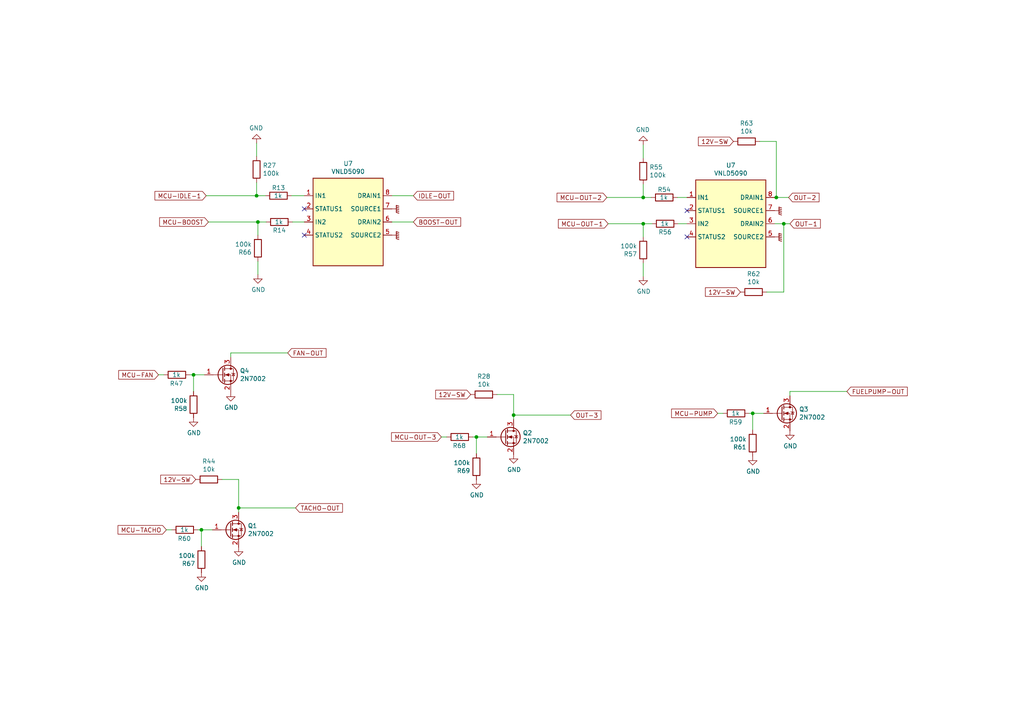
<source format=kicad_sch>
(kicad_sch (version 20230121) (generator eeschema)
  (paper "A4")
  (title_block (title "0.4") (date "2021-03-27") (rev "4d") (company "Speeduino"))
  (lib_symbols
    (symbol "Device:R" (pin_numbers hide) (pin_names (offset 0))
      (property "Reference" "R" (at 2.032 0 90))
      (property "Value" "R" (at 0 0 90))
      (symbol "R_0_1"
        (rectangle (start -1.016 -2.54) (end 1.016 2.54) (stroke (width 0.254)))
      )
      (symbol "R_1_1"
        (pin passive line (at 0 3.81 270) (length 1.27) (name "~") (number "1"))
        (pin passive line (at 0 -3.81 90) (length 1.27) (name "~") (number "2"))
      )
    )
    (symbol "Transistor_FET:2N7002" (pin_names hide)
      (property "Reference" "Q" (at 5.08 1.905 0))
      (property "Value" "2N7002" (at 5.08 0 0))
      (symbol "2N7002_0_1"
        (polyline (pts (xy 0.254 0) (xy -2.54 0)))
        (polyline (pts (xy 0.254 1.905) (xy 0.254 -1.905)) (stroke (width 0.254)))
        (polyline (pts (xy 0.762 -1.27) (xy 0.762 -2.286)) (stroke (width 0.254)))
        (polyline (pts (xy 0.762 0.508) (xy 0.762 -0.508)) (stroke (width 0.254)))
        (polyline (pts (xy 0.762 2.286) (xy 0.762 1.27)) (stroke (width 0.254)))
        (polyline (pts (xy 2.54 2.54) (xy 2.54 1.778)))
        (polyline (pts (xy 2.54 -2.54) (xy 2.54 0) (xy 0.762 0)))
        (polyline (pts (xy 0.762 -1.778) (xy 3.302 -1.778) (xy 3.302 1.778) (xy 0.762 1.778)))
        (polyline (pts (xy 1.016 0) (xy 2.032 0.381) (xy 2.032 -0.381) (xy 1.016 0)) (fill (type outline)))
        (polyline (pts (xy 2.794 0.508) (xy 2.921 0.381) (xy 3.683 0.381) (xy 3.81 0.254)))
        (polyline (pts (xy 3.302 0.381) (xy 2.921 -0.254) (xy 3.683 -0.254) (xy 3.302 0.381)))
        (circle (center 1.651 0) (radius 2.794) (stroke (width 0.254)))
        (circle (center 2.54 -1.778) (radius 0.254) (fill (type outline)))
        (circle (center 2.54 1.778) (radius 0.254) (fill (type outline)))
      )
      (symbol "2N7002_1_1"
        (pin input line (at -5.08 0 0) (length 2.54) (name "G") (number "1"))
        (pin passive line (at 2.54 -5.08 90) (length 2.54) (name "S") (number "2"))
        (pin passive line (at 2.54 5.08 270) (length 2.54) (name "D") (number "3"))
      )
    )
    (symbol "power:GND" (power) (pin_names (offset 0))
      (property "Value" "GND" (at 0 -3.81 0))
      (symbol "GND_0_1"
        (polyline (pts (xy 0 0) (xy 0 -1.27) (xy 1.27 -1.27) (xy 0 -2.54) (xy -1.27 -1.27) (xy 0 -1.27)))
      )
      (symbol "GND_1_1"
        (pin power_in line (at 0 0 270) (length 0) hide (name "GND") (number "1"))
      )
    )
    (symbol "power:GNDPWR" (power) (pin_names (offset 0))
      (property "Value" "GNDPWR" (at 0 -3.302 0))
      (symbol "GNDPWR_0_1"
        (polyline (pts (xy 0 -1.27) (xy 0 0)))
        (polyline (pts (xy -1.016 -1.27) (xy -1.27 -2.032) (xy -1.27 -2.032)) (stroke (width 0.2032)))
        (polyline (pts (xy -0.508 -1.27) (xy -0.762 -2.032) (xy -0.762 -2.032)) (stroke (width 0.2032)))
        (polyline (pts (xy 0 -1.27) (xy -0.254 -2.032) (xy -0.254 -2.032)) (stroke (width 0.2032)))
        (polyline (pts (xy 0.508 -1.27) (xy 0.254 -2.032) (xy 0.254 -2.032)) (stroke (width 0.2032)))
        (polyline (pts (xy 1.016 -1.27) (xy -1.016 -1.27) (xy -1.016 -1.27)) (stroke (width 0.2032)))
        (polyline (pts (xy 1.016 -1.27) (xy 0.762 -2.032) (xy 0.762 -2.032) (xy 0.762 -2.032)) (stroke (width 0.2032)))
      )
      (symbol "GNDPWR_1_1"
        (pin power_in line (at 0 0 270) (length 0) hide (name "GNDPWR") (number "1"))
      )
    )
    (symbol "v0.4.4c-rescue:VNLD5090-IC_Automotive"
      (property "Reference" "U" (at -7.62 11.43 0))
      (property "Value" "v0.4.4c-rescue_VNLD5090-IC_Automotive" (at 12.7 11.43 0))
      (symbol "VNLD5090-IC_Automotive_0_1"
        (rectangle (start -7.62 -15.24) (end 12.7 10.16) (stroke (width 0.254)) (fill (type background)))
      )
      (symbol "VNLD5090-IC_Automotive_1_1"
        (pin input line (at -10.16 5.08 0) (length 2.54) (name "IN1") (number "1"))
        (pin output line (at -10.16 1.27 0) (length 2.54) (name "STATUS1") (number "2"))
        (pin input line (at -10.16 -2.54 0) (length 2.54) (name "IN2") (number "3"))
        (pin output line (at -10.16 -6.35 0) (length 2.54) (name "STATUS2") (number "4"))
        (pin input line (at 15.24 -6.35 180) (length 2.54) (name "SOURCE2") (number "5"))
        (pin output line (at 15.24 -2.54 180) (length 2.54) (name "DRAIN2") (number "6"))
        (pin input line (at 15.24 1.27 180) (length 2.54) (name "SOURCE1") (number "7"))
        (pin output line (at 15.24 5.08 180) (length 2.54) (name "DRAIN1") (number "8"))
      )
    )
  )
  (junction (at 227.33 64.897))
  (junction (at 148.971 120.396))
  (junction (at 58.42 153.67))
  (junction (at 69.215 147.32))
  (junction (at 138.176 126.746))
  (junction (at 186.563 57.277))
  (junction (at 74.803 64.389))
  (junction (at 218.313 119.888))
  (junction (at 186.563 64.897))
  (junction (at 56.134 108.712))
  (junction (at 225.171 57.277))
  (junction (at 74.422 56.769))
  (no_connect (at 88.265 60.579))
  (no_connect (at 88.265 68.199))
  (no_connect (at 199.263 61.087))
  (no_connect (at 199.263 68.707))
  (wire (pts (xy 59.817 56.769) (xy 74.422 56.769)))
  (wire (pts (xy 148.971 114.427) (xy 148.971 120.396)))
  (wire (pts (xy 176.022 57.277) (xy 186.563 57.277)))
  (wire (pts (xy 227.33 84.709) (xy 227.33 64.897)))
  (wire (pts (xy 137.16 126.746) (xy 138.176 126.746)))
  (wire (pts (xy 58.42 153.67) (xy 61.595 153.67)))
  (wire (pts (xy 56.134 113.538) (xy 56.134 108.712)))
  (wire (pts (xy 45.974 108.712) (xy 47.498 108.712)))
  (wire (pts (xy 229.108 113.538) (xy 245.618 113.538)))
  (wire (pts (xy 148.971 121.666) (xy 148.971 120.396)))
  (wire (pts (xy 196.469 57.277) (xy 199.263 57.277)))
  (wire (pts (xy 220.345 41.021) (xy 225.171 41.021)))
  (wire (pts (xy 128.016 126.746) (xy 129.54 126.746)))
  (wire (pts (xy 186.563 57.277) (xy 188.849 57.277)))
  (wire (pts (xy 229.108 114.808) (xy 229.108 113.538)))
  (wire (pts (xy 57.404 153.67) (xy 58.42 153.67)))
  (wire (pts (xy 148.971 120.396) (xy 165.481 120.396)))
  (wire (pts (xy 189.103 64.897) (xy 186.563 64.897)))
  (wire (pts (xy 69.215 139.065) (xy 69.215 147.32)))
  (wire (pts (xy 69.215 147.32) (xy 85.725 147.32)))
  (wire (pts (xy 74.422 56.769) (xy 76.962 56.769)))
  (wire (pts (xy 74.422 45.339) (xy 74.422 41.529)))
  (wire (pts (xy 77.216 64.389) (xy 74.803 64.389)))
  (wire (pts (xy 74.803 68.199) (xy 74.803 64.389)))
  (wire (pts (xy 113.665 56.769) (xy 119.888 56.769)))
  (wire (pts (xy 186.563 53.467) (xy 186.563 57.277)))
  (wire (pts (xy 119.888 64.389) (xy 113.665 64.389)))
  (wire (pts (xy 217.297 119.888) (xy 218.313 119.888)))
  (wire (pts (xy 64.389 139.065) (xy 69.215 139.065)))
  (wire (pts (xy 88.265 64.389) (xy 84.836 64.389)))
  (wire (pts (xy 74.803 75.819) (xy 74.803 79.629)))
  (wire (pts (xy 55.118 108.712) (xy 56.134 108.712)))
  (wire (pts (xy 69.215 148.59) (xy 69.215 147.32)))
  (wire (pts (xy 222.377 84.709) (xy 227.33 84.709)))
  (wire (pts (xy 196.723 64.897) (xy 199.263 64.897)))
  (wire (pts (xy 66.929 102.362) (xy 83.439 102.362)))
  (wire (pts (xy 218.313 124.714) (xy 218.313 119.888)))
  (wire (pts (xy 186.563 68.707) (xy 186.563 64.897)))
  (wire (pts (xy 186.563 45.847) (xy 186.563 42.037)))
  (wire (pts (xy 176.403 64.897) (xy 186.563 64.897)))
  (wire (pts (xy 74.422 52.959) (xy 74.422 56.769)))
  (wire (pts (xy 186.563 76.327) (xy 186.563 80.137)))
  (wire (pts (xy 218.313 119.888) (xy 221.488 119.888)))
  (wire (pts (xy 228.727 57.277) (xy 225.171 57.277)))
  (wire (pts (xy 138.176 126.746) (xy 141.351 126.746)))
  (wire (pts (xy 56.134 108.712) (xy 59.309 108.712)))
  (wire (pts (xy 60.452 64.389) (xy 74.803 64.389)))
  (wire (pts (xy 138.176 131.572) (xy 138.176 126.746)))
  (wire (pts (xy 208.153 119.888) (xy 209.677 119.888)))
  (wire (pts (xy 229.108 64.897) (xy 227.33 64.897)))
  (wire (pts (xy 144.145 114.427) (xy 148.971 114.427)))
  (wire (pts (xy 227.33 64.897) (xy 224.663 64.897)))
  (wire (pts (xy 224.663 57.277) (xy 225.171 57.277)))
  (wire (pts (xy 66.929 103.632) (xy 66.929 102.362)))
  (wire (pts (xy 84.582 56.769) (xy 88.265 56.769)))
  (wire (pts (xy 225.171 41.021) (xy 225.171 57.277)))
  (wire (pts (xy 48.26 153.67) (xy 49.784 153.67)))
  (wire (pts (xy 58.42 158.496) (xy 58.42 153.67)))
  (global_label "OUT-2" (shape input) (at 228.727 57.277 0) (property "Intersheetrefs" "${INTERSHEET_REFS}" (effects hide)))
  (global_label "IDLE-OUT" (shape input) (at 119.888 56.769 0) (property "Intersheetrefs" "${INTERSHEET_REFS}" (effects hide)))
  (global_label "12V-SW" (shape input) (at 56.769 139.065 180) (property "Intersheetrefs" "${INTERSHEET_REFS}" (effects hide)))
  (global_label "OUT-1" (shape input) (at 229.108 64.897 0) (property "Intersheetrefs" "${INTERSHEET_REFS}" (effects hide)))
  (global_label "MCU-OUT-2" (shape input) (at 176.022 57.277 180) (property "Intersheetrefs" "${INTERSHEET_REFS}" (effects hide)))
  (global_label "MCU-IDLE-1" (shape input) (at 59.817 56.769 180) (property "Intersheetrefs" "${INTERSHEET_REFS}" (effects hide)))
  (global_label "FAN-OUT" (shape input) (at 83.439 102.362 0) (property "Intersheetrefs" "${INTERSHEET_REFS}" (effects hide)))
  (global_label "12V-SW" (shape input) (at 212.725 41.021 180) (property "Intersheetrefs" "${INTERSHEET_REFS}" (effects hide)))
  (global_label "MCU-PUMP" (shape input) (at 208.153 119.888 180) (property "Intersheetrefs" "${INTERSHEET_REFS}" (effects hide)))
  (global_label "MCU-OUT-1" (shape input) (at 176.403 64.897 180) (property "Intersheetrefs" "${INTERSHEET_REFS}" (effects hide)))
  (global_label "12V-SW" (shape input) (at 136.525 114.427 180) (property "Intersheetrefs" "${INTERSHEET_REFS}" (effects hide)))
  (global_label "MCU-TACHO" (shape input) (at 48.26 153.67 180) (property "Intersheetrefs" "${INTERSHEET_REFS}" (effects hide)))
  (global_label "TACHO-OUT" (shape input) (at 85.725 147.32 0) (property "Intersheetrefs" "${INTERSHEET_REFS}" (effects hide)))
  (global_label "MCU-BOOST" (shape input) (at 60.452 64.389 180) (property "Intersheetrefs" "${INTERSHEET_REFS}" (effects hide)))
  (global_label "MCU-FAN" (shape input) (at 45.974 108.712 180) (property "Intersheetrefs" "${INTERSHEET_REFS}" (effects hide)))
  (global_label "MCU-OUT-3" (shape input) (at 128.016 126.746 180) (property "Intersheetrefs" "${INTERSHEET_REFS}" (effects hide)))
  (global_label "12V-SW" (shape input) (at 214.757 84.709 180) (property "Intersheetrefs" "${INTERSHEET_REFS}" (effects hide)))
  (global_label "FUELPUMP-OUT" (shape input) (at 245.618 113.538 0) (property "Intersheetrefs" "${INTERSHEET_REFS}" (effects hide)))
  (global_label "OUT-3" (shape input) (at 165.481 120.396 0) (property "Intersheetrefs" "${INTERSHEET_REFS}" (effects hide)))
  (global_label "BOOST-OUT" (shape input) (at 119.888 64.389 0) (property "Intersheetrefs" "${INTERSHEET_REFS}" (effects hide)))
  (symbol (lib_id "power:GND") (at 74.803 79.629 0) (unit 1)
    (property "Reference" "#PWR082" (effects hide))
    (property "Value" "GND" (at 74.93 84.0232 0))
    (instances (project "v0.4.3d" (path "" (reference "#PWR082") (unit 1))) (project "DropBear" (path "" (reference "#PWR0170") (unit 1))))
  )
  (symbol (lib_id "Transistor_FET:2N7002") (at 64.389 108.712 0) (unit 1)
    (property "Reference" "Q4" (at 69.5706 107.5436 0) (effects (justify left)))
    (property "Value" "2N7002" (at 69.5706 109.855 0) (effects (justify left)))
    (property "Footprint" "Package_TO_SOT_SMD:SOT-23" (effects hide))
    (property "JLCPCB_PN" "C22446827" (effects hide))
    (property "Manufacturer_Name" "LRC" (effects hide))
    (property "Manufacturer_Part_Number" "L2N7002SLLT1G" (effects hide))
    (property "Package" "SOT-23" (effects hide))
  )
  (symbol (lib_id "power:GND") (at 58.42 166.116 0) (unit 1)
    (property "Reference" "#PWR039" (effects hide))
    (property "Value" "GND" (at 58.547 170.5102 0))
    (instances (project "v0.4.3d" (path "" (reference "#PWR039") (unit 1))) (project "DropBear" (path "" (reference "#PWR0170") (unit 1))))
  )
  (symbol (lib_id "power:GNDPWR") (at 113.665 68.199 90) (unit 1)
    (property "Reference" "#PWR052" (effects hide))
    (property "Value" "GNDPWR" (effects hide))
    (instances (project "v0.4.3d" (path "" (reference "#PWR052") (unit 1)) (path "" (reference "#PWR058") (unit 1)) (path "" (reference "#PWR085") (unit 1))))
  )
  (symbol (lib_id "power:GND") (at 74.422 41.529 180) (unit 1)
    (property "Reference" "#PWR021" (effects hide))
    (property "Value" "GND" (at 74.295 37.1348 0))
    (instances (project "v0.4.3d" (path "" (reference "#PWR021") (unit 1))) (project "DropBear" (path "" (reference "#PWR0170") (unit 1))))
  )
  (symbol (lib_id "Device:R") (at 140.335 114.427 270) (unit 1)
    (property "Reference" "R28" (at 140.335 109.1692 90))
    (property "Value" "10k" (at 140.335 111.4806 90))
    (property "Footprint" "Resistor_SMD:R_0805_2012Metric" (effects hide))
    (property "JLCPCB_PN" "C84376" (effects hide))
    (property "Manufacturer_Name" "YAGEO" (effects hide))
    (property "Manufacturer_Part_Number" "RC0805FR-0710KL" (effects hide))
    (property "Package" "0805" (effects hide))
    (instances (project "v0.4.3d" (path "" (reference "R28") (unit 1))) (project "daveecu2" (path "" (reference "R1") (unit 1)) (path "" (reference "R?") (unit 1))))
  )
  (symbol (lib_id "power:GND") (at 186.563 42.037 180) (unit 1)
    (property "Reference" "#PWR070" (effects hide))
    (property "Value" "GND" (at 186.436 37.6428 0))
    (instances (project "v0.4.3d" (path "" (reference "#PWR070") (unit 1))) (project "DropBear" (path "" (reference "#PWR0170") (unit 1))))
  )
  (symbol (lib_id "Device:R") (at 138.176 135.382 0) (unit 1)
    (property "Reference" "R69" (at 136.398 136.5504 0) (effects (justify right)))
    (property "Value" "100k" (at 136.398 134.239 0) (effects (justify right)))
    (property "Footprint" "Resistor_SMD:R_0805_2012Metric" (effects hide))
    (property "Manufacturer_Name" "YAGEO" (effects hide))
    (property "Manufacturer_Part_Number" "RC0805FR-07100KL" (effects hide))
    (property "JLCPCB_PN" "C96346" (effects hide))
    (property "Package" "0805" (effects hide))
    (instances (project "v0.4.3d" (path "" (reference "R69") (unit 1))) (project "DropBear" (path "" (reference "R44") (unit 1))))
  )
  (symbol (lib_id "Transistor_FET:2N7002") (at 226.568 119.888 0) (unit 1)
    (property "Reference" "Q3" (at 231.7496 118.7196 0) (effects (justify left)))
    (property "Value" "2N7002" (at 231.7496 121.031 0) (effects (justify left)))
    (property "Footprint" "Package_TO_SOT_SMD:SOT-23" (effects hide))
    (property "JLCPCB_PN" "C22446827" (effects hide))
    (property "Manufacturer_Name" "LRC" (effects hide))
    (property "Manufacturer_Part_Number" "L2N7002SLLT1G" (effects hide))
    (property "Package" "SOT-23" (effects hide))
    (instances (project "v0.4.3d" (path "" (reference "Q3") (unit 1))) (project "daveecu2" (path "" (reference "Q4") (unit 1))))
  )
  (symbol (lib_id "Transistor_FET:2N7002") (at 66.675 153.67 0) (unit 1)
    (property "Reference" "Q1" (at 71.8566 152.5016 0) (effects (justify left)))
    (property "Value" "2N7002" (at 71.8566 154.813 0) (effects (justify left)))
    (property "Footprint" "Package_TO_SOT_SMD:SOT-23" (effects hide))
    (property "JLCPCB_PN" "C22446827" (effects hide))
    (property "Manufacturer_Name" "LRC" (effects hide))
    (property "Manufacturer_Part_Number" "L2N7002SLLT1G" (effects hide))
    (property "Package" "SOT-23" (effects hide))
    (instances (project "v0.4.3d" (path "" (reference "Q1") (unit 1))) (project "daveecu2" (path "" (reference "Q4") (unit 1))))
  )
  (symbol (lib_id "Device:R") (at 186.563 49.657 180) (unit 1)
    (property "Reference" "R55" (at 188.341 48.4886 0) (effects (justify right)))
    (property "Value" "100k" (at 188.341 50.8 0) (effects (justify right)))
    (property "Footprint" "Resistor_SMD:R_0805_2012Metric" (effects hide))
    (property "Manufacturer_Name" "YAGEO" (effects hide))
    (property "Manufacturer_Part_Number" "RC0805FR-07100KL" (effects hide))
    (property "JLCPCB_PN" "C96346" (effects hide))
    (property "Package" "0805" (effects hide))
    (instances (project "v0.4.3d" (path "" (reference "R55") (unit 1))) (project "DropBear" (path "" (reference "R44") (unit 1))))
  )
  (symbol (lib_id "Device:R") (at 80.772 56.769 270) (unit 1)
    (property "Reference" "R13" (at 80.772 54.483 90))
    (property "Value" "1k" (at 80.645 56.769 90))
    (property "Footprint" "Resistor_SMD:R_0805_2012Metric" (effects hide))
    (property "Manufacturer_Name" "YAGEO" (effects hide))
    (property "Manufacturer_Part_Number" "RC0805FR-071KL" (effects hide))
    (property "JLCPCB_PN" "C95781" (effects hide))
    (property "Package" "0805" (effects hide))
    (instances (project "v0.4.3d" (path "" (reference "R13") (unit 1))) (project "DropBear" (path "" (reference "R40") (unit 1))))
  )
  (symbol (lib_id "Device:R") (at 218.567 84.709 270) (unit 1)
    (property "Reference" "R62" (at 218.567 79.4512 90))
    (property "Value" "10k" (at 218.567 81.7626 90))
    (property "Footprint" "Resistor_SMD:R_0805_2012Metric" (effects hide))
    (property "JLCPCB_PN" "C84376" (effects hide))
    (property "Manufacturer_Name" "YAGEO" (effects hide))
    (property "Manufacturer_Part_Number" "RC0805FR-0710KL" (effects hide))
    (property "Package" "0805" (effects hide))
    (instances (project "v0.4.3d" (path "" (reference "R62") (unit 1))) (project "daveecu2" (path "" (reference "R1") (unit 1)) (path "" (reference "R?") (unit 1))))
  )
  (symbol (lib_id "power:GND") (at 69.215 158.75 0) (unit 1)
    (property "Reference" "#PWR076" (effects hide))
    (property "Value" "GND" (at 69.342 163.1442 0))
    (instances (project "v0.4.3d" (path "" (reference "#PWR076") (unit 1))) (project "daveecu2" (path "" (reference "#PWR05") (unit 1))))
  )
  (symbol (lib_id "Device:R") (at 51.308 108.712 270) (unit 1)
    (property "Reference" "R47" (at 51.181 111.252 90))
    (property "Value" "1k" (at 51.181 108.712 90))
    (property "Footprint" "Resistor_SMD:R_0805_2012Metric" (effects hide))
    (property "Manufacturer_Name" "YAGEO" (effects hide))
    (property "Manufacturer_Part_Number" "RC0805FR-071KL" (effects hide))
    (property "JLCPCB_PN" "C95781" (effects hide))
    (property "Package" "0805" (effects hide))
    (instances (project "v0.4.3d" (path "" (reference "R47") (unit 1))) (project "DropBear" (path "" (reference "R40") (unit 1))))
  )
  (symbol (lib_id "Device:R") (at 216.535 41.021 270) (unit 1)
    (property "Reference" "R63" (at 216.535 35.7632 90))
    (property "Value" "10k" (at 216.535 38.0746 90))
    (property "Footprint" "Resistor_SMD:R_0805_2012Metric" (effects hide))
    (property "JLCPCB_PN" "C84376" (effects hide))
    (property "Manufacturer_Name" "YAGEO" (effects hide))
    (property "Manufacturer_Part_Number" "RC0805FR-0710KL" (effects hide))
    (property "Package" "0805" (effects hide))
    (instances (project "v0.4.3d" (path "" (reference "R63") (unit 1))) (project "daveecu2" (path "" (reference "R1") (unit 1)) (path "" (reference "R?") (unit 1))))
  )
  (symbol (lib_id "power:GND") (at 66.929 113.792 0) (unit 1)
    (property "Reference" "#PWR074" (effects hide))
    (property "Value" "GND" (at 67.056 118.1862 0))
    (instances (project "v0.4.3d" (path "" (reference "#PWR074") (unit 1))) (project "daveecu2" (path "" (reference "#PWR05") (unit 1))))
  )
  (symbol (lib_id "Device:R") (at 53.594 153.67 270) (unit 1)
    (property "Reference" "R60" (at 53.467 156.21 90))
    (property "Value" "1k" (at 53.467 153.67 90))
    (property "Footprint" "Resistor_SMD:R_0805_2012Metric" (effects hide))
    (property "Manufacturer_Name" "YAGEO" (effects hide))
    (property "Manufacturer_Part_Number" "RC0805FR-071KL" (effects hide))
    (property "JLCPCB_PN" "C95781" (effects hide))
    (property "Package" "0805" (effects hide))
    (instances (project "v0.4.3d" (path "" (reference "R60") (unit 1))) (project "DropBear" (path "" (reference "R40") (unit 1))))
  )
  (symbol (lib_id "power:GND") (at 56.134 121.158 0) (unit 1)
    (property "Reference" "#PWR073" (effects hide))
    (property "Value" "GND" (at 56.261 125.5522 0))
    (instances (project "v0.4.3d" (path "" (reference "#PWR073") (unit 1))) (project "DropBear" (path "" (reference "#PWR0170") (unit 1))))
  )
  (symbol (lib_id "v0.4.4c-rescue:VNLD5090-IC_Automotive") (at 98.425 61.849 0) (unit 1)
    (property "Reference" "U7" (at 100.965 47.4472 0))
    (property "Value" "VNLD5090" (at 100.965 49.7586 0))
    (property "Footprint" "Package_SO:SO-8_3.9x4.9mm_P1.27mm" (effects hide))
    (property "Manufacturer_Name" "STMicroelectronics" (effects hide))
    (property "Manufacturer_Part_Number" "VNLD5090TR-E" (effects hide))
    (property "JLCPCB_PN" "C222209" (effects hide))
    (property "Package" "SO-8" (effects hide))
    (instances (project "v0.4.4d" (path "" (reference "U7") (unit 1))) (project "v0.4.3d" (path "" (reference "U3") (unit 1))))
  )
  (symbol (lib_id "Device:R") (at 74.422 49.149 180) (unit 1)
    (property "Reference" "R27" (at 76.2 47.9806 0) (effects (justify right)))
    (property "Value" "100k" (at 76.2 50.292 0) (effects (justify right)))
    (property "Footprint" "Resistor_SMD:R_0805_2012Metric" (effects hide))
    (property "Manufacturer_Name" "YAGEO" (effects hide))
    (property "Manufacturer_Part_Number" "RC0805FR-07100KL" (effects hide))
    (property "JLCPCB_PN" "C96346" (effects hide))
    (property "Package" "0805" (effects hide))
    (instances (project "v0.4.3d" (path "" (reference "R27") (unit 1))) (project "DropBear" (path "" (reference "R44") (unit 1))))
  )
  (symbol (lib_id "Device:R") (at 81.026 64.389 270) (unit 1)
    (property "Reference" "R14" (at 81.026 66.802 90))
    (property "Value" "1k" (at 80.899 64.389 90))
    (property "Footprint" "Resistor_SMD:R_0805_2012Metric" (effects hide))
    (property "Manufacturer_Name" "YAGEO" (effects hide))
    (property "Manufacturer_Part_Number" "RC0805FR-071KL" (effects hide))
    (property "JLCPCB_PN" "C95781" (effects hide))
    (property "Package" "0805" (effects hide))
    (instances (project "v0.4.3d" (path "" (reference "R14") (unit 1))) (project "DropBear" (path "" (reference "R40") (unit 1))))
  )
  (symbol (lib_id "power:GND") (at 218.313 132.334 0) (unit 1)
    (property "Reference" "#PWR075" (effects hide))
    (property "Value" "GND" (at 218.44 136.7282 0))
    (instances (project "v0.4.3d" (path "" (reference "#PWR075") (unit 1))) (project "DropBear" (path "" (reference "#PWR0170") (unit 1))))
  )
  (symbol (lib_id "Device:R") (at 58.42 162.306 0) (unit 1)
    (property "Reference" "R67" (at 56.642 163.4744 0) (effects (justify right)))
    (property "Value" "100k" (at 56.642 161.163 0) (effects (justify right)))
    (property "Footprint" "Resistor_SMD:R_0805_2012Metric" (effects hide))
    (property "Manufacturer_Name" "YAGEO" (effects hide))
    (property "Manufacturer_Part_Number" "RC0805FR-07100KL" (effects hide))
    (property "JLCPCB_PN" "C96346" (effects hide))
    (property "Package" "0805" (effects hide))
    (instances (project "v0.4.3d" (path "" (reference "R67") (unit 1))) (project "DropBear" (path "" (reference "R44") (unit 1))))
  )
  (symbol (lib_id "power:GND") (at 186.563 80.137 0) (unit 1)
    (property "Reference" "#PWR071" (effects hide))
    (property "Value" "GND" (at 186.69 84.5312 0))
    (instances (project "v0.4.3d" (path "" (reference "#PWR071") (unit 1))) (project "DropBear" (path "" (reference "#PWR0170") (unit 1))))
  )
  (symbol (lib_id "Device:R") (at 218.313 128.524 0) (unit 1)
    (property "Reference" "R61" (at 216.535 129.6924 0) (effects (justify right)))
    (property "Value" "100k" (at 216.535 127.381 0) (effects (justify right)))
    (property "Footprint" "Resistor_SMD:R_0805_2012Metric" (effects hide))
    (property "Manufacturer_Name" "YAGEO" (effects hide))
    (property "Manufacturer_Part_Number" "RC0805FR-07100KL" (effects hide))
    (property "JLCPCB_PN" "C96346" (effects hide))
    (property "Package" "0805" (effects hide))
    (instances (project "v0.4.3d" (path "" (reference "R61") (unit 1))) (project "DropBear" (path "" (reference "R44") (unit 1))))
  )
  (symbol (lib_id "Device:R") (at 74.803 72.009 0) (unit 1)
    (property "Reference" "R66" (at 73.025 73.1774 0) (effects (justify right)))
    (property "Value" "100k" (at 73.025 70.866 0) (effects (justify right)))
    (property "Footprint" "Resistor_SMD:R_0805_2012Metric" (effects hide))
    (property "Manufacturer_Name" "YAGEO" (effects hide))
    (property "Manufacturer_Part_Number" "RC0805FR-07100KL" (effects hide))
    (property "JLCPCB_PN" "C96346" (effects hide))
    (property "Package" "0805" (effects hide))
    (instances (project "v0.4.3d" (path "" (reference "R66") (unit 1))) (project "DropBear" (path "" (reference "R44") (unit 1))))
  )
  (symbol (lib_id "Device:R") (at 56.134 117.348 0) (unit 1)
    (property "Reference" "R58" (at 54.356 118.5164 0) (effects (justify right)))
    (property "Value" "100k" (at 54.356 116.205 0) (effects (justify right)))
    (property "Footprint" "Resistor_SMD:R_0805_2012Metric" (effects hide))
    (property "Manufacturer_Name" "YAGEO" (effects hide))
    (property "Manufacturer_Part_Number" "RC0805FR-07100KL" (effects hide))
    (property "JLCPCB_PN" "C96346" (effects hide))
    (property "Package" "0805" (effects hide))
    (instances (project "v0.4.3d" (path "" (reference "R58") (unit 1))) (project "DropBear" (path "" (reference "R44") (unit 1))))
  )
  (symbol (lib_id "Device:R") (at 192.659 57.277 270) (unit 1)
    (property "Reference" "R54" (at 192.659 54.991 90))
    (property "Value" "1k" (at 192.532 57.277 90))
    (property "Footprint" "Resistor_SMD:R_0805_2012Metric" (effects hide))
    (property "Manufacturer_Name" "YAGEO" (effects hide))
    (property "Manufacturer_Part_Number" "RC0805FR-071KL" (effects hide))
    (property "JLCPCB_PN" "C95781" (effects hide))
    (property "Package" "0805" (effects hide))
    (instances (project "v0.4.3d" (path "" (reference "R54") (unit 1))) (project "DropBear" (path "" (reference "R40") (unit 1))))
  )
  (symbol (lib_id "power:GND") (at 148.971 131.826 0) (unit 1)
    (property "Reference" "#PWR084" (effects hide))
    (property "Value" "GND" (at 149.098 136.2202 0))
    (instances (project "v0.4.3d" (path "" (reference "#PWR084") (unit 1))) (project "daveecu2" (path "" (reference "#PWR05") (unit 1))))
  )
  (symbol (lib_id "Device:R") (at 213.487 119.888 270) (unit 1)
    (property "Reference" "R59" (at 213.36 122.428 90))
    (property "Value" "1k" (at 213.36 119.888 90))
    (property "Footprint" "Resistor_SMD:R_0805_2012Metric" (effects hide))
    (property "Manufacturer_Name" "YAGEO" (effects hide))
    (property "Manufacturer_Part_Number" "RC0805FR-071KL" (effects hide))
    (property "JLCPCB_PN" "C95781" (effects hide))
    (property "Package" "0805" (effects hide))
    (instances (project "v0.4.3d" (path "" (reference "R59") (unit 1))) (project "DropBear" (path "" (reference "R40") (unit 1))))
  )
  (symbol (lib_id "v0.4.4c-rescue:VNLD5090-IC_Automotive") (at 209.423 62.357 0) (unit 1)
    (property "Reference" "U7" (at 211.963 47.9552 0))
    (property "Value" "VNLD5090" (at 211.963 50.2666 0))
    (property "Footprint" "Package_SO:SO-8_3.9x4.9mm_P1.27mm" (effects hide))
    (property "Manufacturer_Name" "STMicroelectronics" (effects hide))
    (property "Manufacturer_Part_Number" "VNLD5090TR-E" (effects hide))
    (property "JLCPCB_PN" "C222209" (effects hide))
    (property "Package" "SO-8" (effects hide))
  )
  (symbol (lib_id "power:GND") (at 138.176 139.192 0) (unit 1)
    (property "Reference" "#PWR049" (effects hide))
    (property "Value" "GND" (at 138.303 143.5862 0))
    (instances (project "v0.4.3d" (path "" (reference "#PWR049") (unit 1))) (project "DropBear" (path "" (reference "#PWR0170") (unit 1))))
  )
  (symbol (lib_id "power:GNDPWR") (at 113.665 60.579 90) (unit 1)
    (property "Reference" "#PWR052" (effects hide))
    (property "Value" "GNDPWR" (effects hide))
    (instances (project "v0.4.3d" (path "" (reference "#PWR052") (unit 1)) (path "" (reference "#PWR058") (unit 1)) (path "" (reference "#PWR059") (unit 1))))
  )
  (symbol (lib_id "Device:R") (at 60.579 139.065 270) (unit 1)
    (property "Reference" "R44" (at 60.579 133.8072 90))
    (property "Value" "10k" (at 60.579 136.1186 90))
    (property "Footprint" "Resistor_SMD:R_0805_2012Metric" (effects hide))
    (property "JLCPCB_PN" "C84376" (effects hide))
    (property "Manufacturer_Name" "YAGEO" (effects hide))
    (property "Manufacturer_Part_Number" "RC0805FR-0710KL" (effects hide))
    (property "Package" "0805" (effects hide))
    (instances (project "v0.4.3d" (path "" (reference "R44") (unit 1))) (project "daveecu2" (path "" (reference "R1") (unit 1)) (path "" (reference "R?") (unit 1))))
  )
  (symbol (lib_id "Transistor_FET:2N7002") (at 146.431 126.746 0) (unit 1)
    (property "Reference" "Q2" (at 151.6126 125.5776 0) (effects (justify left)))
    (property "Value" "2N7002" (at 151.6126 127.889 0) (effects (justify left)))
    (property "Footprint" "Package_TO_SOT_SMD:SOT-23" (effects hide))
    (property "JLCPCB_PN" "C22446827" (effects hide))
    (property "Manufacturer_Name" "LRC" (effects hide))
    (property "Manufacturer_Part_Number" "L2N7002SLLT1G" (effects hide))
    (property "Package" "SOT-23" (effects hide))
    (instances (project "v0.4.3d" (path "" (reference "Q2") (unit 1))) (project "daveecu2" (path "" (reference "Q4") (unit 1))))
  )
  (symbol (lib_id "power:GNDPWR") (at 224.663 61.087 90) (unit 1)
    (property "Reference" "#PWR052" (effects hide))
    (property "Value" "GNDPWR" (effects hide))
    (instances (project "v0.4.3d" (path "" (reference "#PWR052") (unit 1)) (path "" (reference "#PWR058") (unit 1)) (path "" (reference "#PWR063") (unit 1))))
  )
  (symbol (lib_id "power:GND") (at 229.108 124.968 0) (unit 1)
    (property "Reference" "#PWR067" (effects hide))
    (property "Value" "GND" (at 229.235 129.3622 0))
    (instances (project "v0.4.3d" (path "" (reference "#PWR067") (unit 1))) (project "daveecu2" (path "" (reference "#PWR05") (unit 1))))
  )
  (symbol (lib_id "Device:R") (at 186.563 72.517 0) (unit 1)
    (property "Reference" "R57" (at 184.785 73.6854 0) (effects (justify right)))
    (property "Value" "100k" (at 184.785 71.374 0) (effects (justify right)))
    (property "Footprint" "Resistor_SMD:R_0805_2012Metric" (effects hide))
    (property "Manufacturer_Name" "YAGEO" (effects hide))
    (property "Manufacturer_Part_Number" "RC0805FR-07100KL" (effects hide))
    (property "JLCPCB_PN" "C96346" (effects hide))
    (property "Package" "0805" (effects hide))
    (instances (project "v0.4.3d" (path "" (reference "R57") (unit 1))) (project "DropBear" (path "" (reference "R44") (unit 1))))
  )
  (symbol (lib_id "Device:R") (at 133.35 126.746 270) (unit 1)
    (property "Reference" "R68" (at 133.223 129.286 90))
    (property "Value" "1k" (at 133.223 126.746 90))
    (property "Footprint" "Resistor_SMD:R_0805_2012Metric" (effects hide))
    (property "Manufacturer_Name" "YAGEO" (effects hide))
    (property "Manufacturer_Part_Number" "RC0805FR-071KL" (effects hide))
    (property "JLCPCB_PN" "C95781" (effects hide))
    (property "Package" "0805" (effects hide))
    (instances (project "v0.4.3d" (path "" (reference "R68") (unit 1))) (project "DropBear" (path "" (reference "R40") (unit 1))))
  )
  (symbol (lib_id "power:GNDPWR") (at 224.663 68.707 90) (unit 1)
    (property "Reference" "#PWR052" (effects hide))
    (property "Value" "GNDPWR" (effects hide))
    (instances (project "v0.4.3d" (path "" (reference "#PWR052") (unit 1)) (path "" (reference "#PWR058") (unit 1)) (path "" (reference "#PWR072") (unit 1))))
  )
  (symbol (lib_id "Device:R") (at 192.913 64.897 270) (unit 1)
    (property "Reference" "R56" (at 192.913 67.31 90))
    (property "Value" "1k" (at 192.786 64.897 90))
    (property "Footprint" "Resistor_SMD:R_0805_2012Metric" (effects hide))
    (property "Manufacturer_Name" "YAGEO" (effects hide))
    (property "Manufacturer_Part_Number" "RC0805FR-071KL" (effects hide))
    (property "JLCPCB_PN" "C95781" (effects hide))
    (property "Package" "0805" (effects hide))
    (instances (project "v0.4.3d" (path "" (reference "R56") (unit 1))) (project "DropBear" (path "" (reference "R40") (unit 1))))
  )
)
</source>
